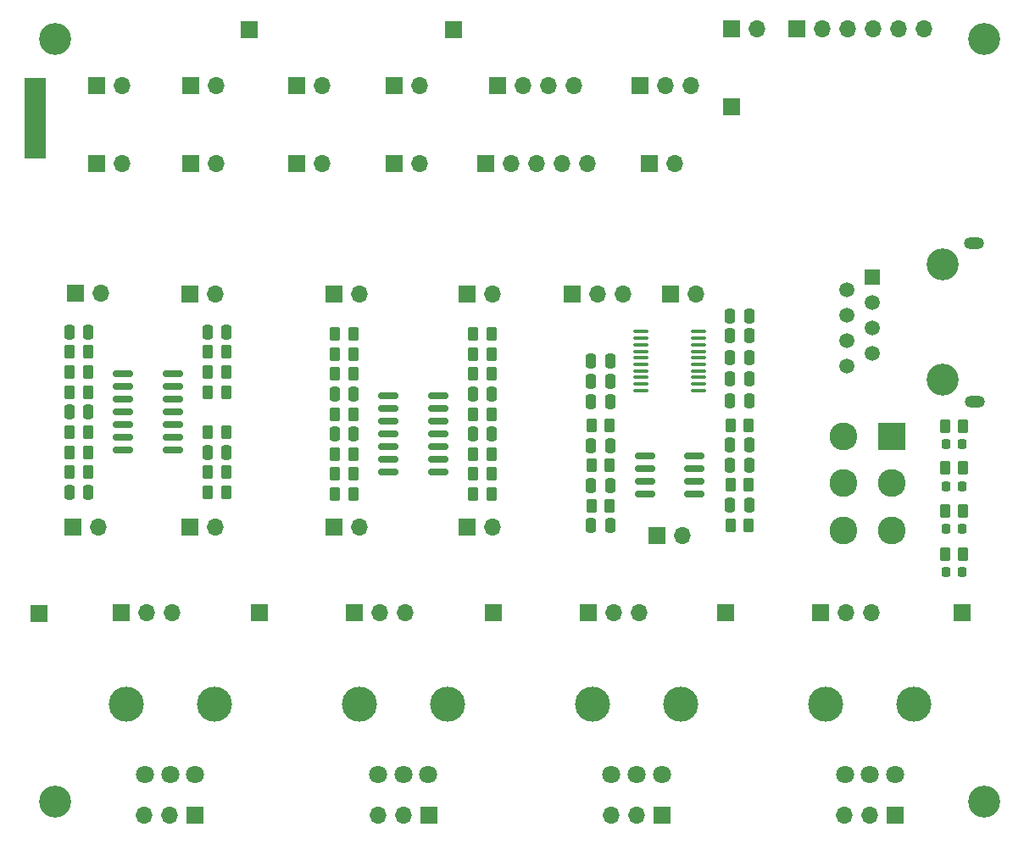
<source format=gbr>
%TF.GenerationSoftware,KiCad,Pcbnew,7.0.1*%
%TF.CreationDate,2023-03-30T14:31:40+01:00*%
%TF.ProjectId,DevBoard,44657642-6f61-4726-942e-6b696361645f,rev?*%
%TF.SameCoordinates,Original*%
%TF.FileFunction,Soldermask,Top*%
%TF.FilePolarity,Negative*%
%FSLAX46Y46*%
G04 Gerber Fmt 4.6, Leading zero omitted, Abs format (unit mm)*
G04 Created by KiCad (PCBNEW 7.0.1) date 2023-03-30 14:31:40*
%MOMM*%
%LPD*%
G01*
G04 APERTURE LIST*
G04 Aperture macros list*
%AMRoundRect*
0 Rectangle with rounded corners*
0 $1 Rounding radius*
0 $2 $3 $4 $5 $6 $7 $8 $9 X,Y pos of 4 corners*
0 Add a 4 corners polygon primitive as box body*
4,1,4,$2,$3,$4,$5,$6,$7,$8,$9,$2,$3,0*
0 Add four circle primitives for the rounded corners*
1,1,$1+$1,$2,$3*
1,1,$1+$1,$4,$5*
1,1,$1+$1,$6,$7*
1,1,$1+$1,$8,$9*
0 Add four rect primitives between the rounded corners*
20,1,$1+$1,$2,$3,$4,$5,0*
20,1,$1+$1,$4,$5,$6,$7,0*
20,1,$1+$1,$6,$7,$8,$9,0*
20,1,$1+$1,$8,$9,$2,$3,0*%
G04 Aperture macros list end*
%ADD10C,0.100000*%
%ADD11RoundRect,0.250000X0.262500X0.450000X-0.262500X0.450000X-0.262500X-0.450000X0.262500X-0.450000X0*%
%ADD12RoundRect,0.250000X-0.250000X-0.475000X0.250000X-0.475000X0.250000X0.475000X-0.250000X0.475000X0*%
%ADD13C,3.200000*%
%ADD14RoundRect,0.250000X-0.262500X-0.450000X0.262500X-0.450000X0.262500X0.450000X-0.262500X0.450000X0*%
%ADD15R,1.700000X1.700000*%
%ADD16O,1.700000X1.700000*%
%ADD17RoundRect,0.150000X-0.825000X-0.150000X0.825000X-0.150000X0.825000X0.150000X-0.825000X0.150000X0*%
%ADD18RoundRect,0.218750X0.218750X0.256250X-0.218750X0.256250X-0.218750X-0.256250X0.218750X-0.256250X0*%
%ADD19RoundRect,0.250000X0.250000X0.475000X-0.250000X0.475000X-0.250000X-0.475000X0.250000X-0.475000X0*%
%ADD20R,2.775000X2.775000*%
%ADD21C,2.775000*%
%ADD22RoundRect,0.100000X0.637500X0.100000X-0.637500X0.100000X-0.637500X-0.100000X0.637500X-0.100000X0*%
%ADD23C,3.500000*%
%ADD24C,1.800000*%
%ADD25RoundRect,0.218750X-0.218750X-0.256250X0.218750X-0.256250X0.218750X0.256250X-0.218750X0.256250X0*%
%ADD26RoundRect,0.150000X0.825000X0.150000X-0.825000X0.150000X-0.825000X-0.150000X0.825000X-0.150000X0*%
%ADD27O,2.000000X1.200000*%
%ADD28R,1.500000X1.500000*%
%ADD29C,1.500000*%
G04 APERTURE END LIST*
%TO.C,FID1*%
D10*
X52600000Y-82100000D02*
X50600000Y-82100000D01*
X50600000Y-74100000D01*
X52600000Y-74100000D01*
X52600000Y-82100000D01*
G36*
X52600000Y-82100000D02*
G01*
X50600000Y-82100000D01*
X50600000Y-74100000D01*
X52600000Y-74100000D01*
X52600000Y-82100000D01*
G37*
%TD*%
D11*
%TO.C,R5*%
X56912500Y-109500000D03*
X55087500Y-109500000D03*
%TD*%
D12*
%TO.C,C24*%
X122950000Y-110800000D03*
X121050000Y-110800000D03*
%TD*%
D13*
%TO.C,H1*%
X53600000Y-70200000D03*
%TD*%
%TO.C,H3*%
X53600000Y-146400000D03*
%TD*%
D14*
%TO.C,R14*%
X95387500Y-111700000D03*
X97212500Y-111700000D03*
%TD*%
D15*
%TO.C,J41*%
X52000000Y-127600000D03*
%TD*%
%TO.C,J49*%
X67200000Y-82700000D03*
D16*
X69740000Y-82700000D03*
%TD*%
D13*
%TO.C,H4*%
X146400000Y-146400000D03*
%TD*%
D17*
%TO.C,U1*%
X60425000Y-103690000D03*
X60425000Y-104960000D03*
X60425000Y-106230000D03*
X60425000Y-107500000D03*
X60425000Y-108770000D03*
X60425000Y-110040000D03*
X60425000Y-111310000D03*
X65375000Y-111310000D03*
X65375000Y-110040000D03*
X65375000Y-108770000D03*
X65375000Y-107500000D03*
X65375000Y-106230000D03*
X65375000Y-104960000D03*
X65375000Y-103690000D03*
%TD*%
D18*
%TO.C,D3*%
X144167500Y-119200000D03*
X142592500Y-119200000D03*
%TD*%
D15*
%TO.C,J3*%
X87500000Y-74900000D03*
D16*
X90040000Y-74900000D03*
%TD*%
D12*
%TO.C,C25*%
X109050000Y-110835000D03*
X107150000Y-110835000D03*
%TD*%
D19*
%TO.C,C29*%
X121050000Y-112800000D03*
X122950000Y-112800000D03*
%TD*%
%TO.C,C8*%
X97250000Y-109700000D03*
X95350000Y-109700000D03*
%TD*%
D18*
%TO.C,D1*%
X144167500Y-110700000D03*
X142592500Y-110700000D03*
%TD*%
D12*
%TO.C,C9*%
X55042500Y-107500000D03*
X56942500Y-107500000D03*
%TD*%
D19*
%TO.C,C22*%
X107150000Y-106435000D03*
X109050000Y-106435000D03*
%TD*%
D14*
%TO.C,R36*%
X142487500Y-117400000D03*
X144312500Y-117400000D03*
%TD*%
D11*
%TO.C,R11*%
X56912500Y-111500000D03*
X55087500Y-111500000D03*
%TD*%
%TO.C,R19*%
X83412500Y-113700000D03*
X81587500Y-113700000D03*
%TD*%
D15*
%TO.C,J21*%
X113700000Y-119860000D03*
D16*
X116240000Y-119860000D03*
%TD*%
D15*
%TO.C,J47*%
X144200000Y-127550000D03*
%TD*%
D11*
%TO.C,R6*%
X56912500Y-113500000D03*
X55087500Y-113500000D03*
%TD*%
D15*
%TO.C,J17*%
X137560000Y-147799665D03*
D16*
X135020000Y-147799665D03*
X132480000Y-147799665D03*
%TD*%
D11*
%TO.C,R25*%
X83412500Y-99700000D03*
X81587500Y-99700000D03*
%TD*%
D15*
%TO.C,J15*%
X114260000Y-147799665D03*
D16*
X111720000Y-147799665D03*
X109180000Y-147799665D03*
%TD*%
D15*
%TO.C,J4*%
X94792500Y-95700000D03*
D16*
X97332500Y-95700000D03*
%TD*%
D14*
%TO.C,R31*%
X109012500Y-108835000D03*
X107187500Y-108835000D03*
%TD*%
D11*
%TO.C,R17*%
X83412500Y-101700000D03*
X81587500Y-101700000D03*
%TD*%
D15*
%TO.C,J26*%
X112000000Y-74900000D03*
D16*
X114540000Y-74900000D03*
X117080000Y-74900000D03*
%TD*%
D19*
%TO.C,C1*%
X56950000Y-99500000D03*
X55050000Y-99500000D03*
%TD*%
D12*
%TO.C,C3*%
X55050000Y-115500000D03*
X56950000Y-115500000D03*
%TD*%
D16*
%TO.C,J25*%
X106760000Y-82700000D03*
X104220000Y-82700000D03*
X101680000Y-82700000D03*
X99140000Y-82700000D03*
D15*
X96600000Y-82700000D03*
%TD*%
D12*
%TO.C,C16*%
X122950000Y-106400000D03*
X121050000Y-106400000D03*
%TD*%
D20*
%TO.C,SW2*%
X137215000Y-109900000D03*
D21*
X137215000Y-114600000D03*
X137215000Y-119300000D03*
X132385000Y-109900000D03*
X132385000Y-114600000D03*
X132385000Y-119300000D03*
%TD*%
D22*
%TO.C,U6*%
X117862500Y-105325000D03*
X117862500Y-104675000D03*
X117862500Y-104025000D03*
X117862500Y-103375000D03*
X117862500Y-102725000D03*
X117862500Y-102075000D03*
X117862500Y-101425000D03*
X117862500Y-100775000D03*
X117862500Y-100125000D03*
X117862500Y-99475000D03*
X112137500Y-99475000D03*
X112137500Y-100125000D03*
X112137500Y-100775000D03*
X112137500Y-101425000D03*
X112137500Y-102075000D03*
X112137500Y-102725000D03*
X112137500Y-103375000D03*
X112137500Y-104025000D03*
X112137500Y-104675000D03*
X112137500Y-105325000D03*
%TD*%
D14*
%TO.C,R20*%
X95387500Y-113700000D03*
X97212500Y-113700000D03*
%TD*%
%TO.C,R26*%
X95387500Y-99700000D03*
X97212500Y-99700000D03*
%TD*%
D11*
%TO.C,R1*%
X56912500Y-105500000D03*
X55087500Y-105500000D03*
%TD*%
D15*
%TO.C,J2*%
X81492500Y-95700000D03*
D16*
X84032500Y-95700000D03*
%TD*%
D23*
%TO.C,RV3*%
X107300000Y-136700000D03*
X116100000Y-136700000D03*
D24*
X114200000Y-143700000D03*
X111700000Y-143700000D03*
X109200000Y-143700000D03*
%TD*%
D19*
%TO.C,C20*%
X121050000Y-104200000D03*
X122950000Y-104200000D03*
%TD*%
D15*
%TO.C,J50*%
X55667500Y-95600000D03*
D16*
X58207500Y-95600000D03*
%TD*%
D25*
%TO.C,D2*%
X142612500Y-114900000D03*
X144187500Y-114900000D03*
%TD*%
D23*
%TO.C,RV2*%
X84000000Y-136700000D03*
X92800000Y-136700000D03*
D24*
X90900000Y-143700000D03*
X88400000Y-143700000D03*
X85900000Y-143700000D03*
%TD*%
D15*
%TO.C,J10*%
X67625000Y-147750000D03*
D16*
X65085000Y-147750000D03*
X62545000Y-147750000D03*
%TD*%
D15*
%TO.C,J18*%
X105255000Y-95735000D03*
D16*
X107795000Y-95735000D03*
X110335000Y-95735000D03*
%TD*%
D19*
%TO.C,C27*%
X107150000Y-118835000D03*
X109050000Y-118835000D03*
%TD*%
D14*
%TO.C,R32*%
X122912500Y-114800000D03*
X121087500Y-114800000D03*
%TD*%
D18*
%TO.C,D4*%
X144167500Y-123500000D03*
X142592500Y-123500000D03*
%TD*%
D11*
%TO.C,R15*%
X83412500Y-107700000D03*
X81587500Y-107700000D03*
%TD*%
%TO.C,R13*%
X83412500Y-111700000D03*
X81587500Y-111700000D03*
%TD*%
%TO.C,R9*%
X56912500Y-103500000D03*
X55087500Y-103500000D03*
%TD*%
D15*
%TO.C,J12*%
X83530000Y-127550000D03*
D16*
X86070000Y-127550000D03*
X88610000Y-127550000D03*
%TD*%
D15*
%TO.C,J8*%
X87500000Y-82700000D03*
D16*
X90040000Y-82700000D03*
%TD*%
D15*
%TO.C,J14*%
X106865000Y-127550000D03*
D16*
X109405000Y-127550000D03*
X111945000Y-127550000D03*
%TD*%
D12*
%TO.C,C23*%
X109050000Y-102435000D03*
X107150000Y-102435000D03*
%TD*%
D17*
%TO.C,U2*%
X86925000Y-105890000D03*
X86925000Y-107160000D03*
X86925000Y-108430000D03*
X86925000Y-109700000D03*
X86925000Y-110970000D03*
X86925000Y-112240000D03*
X86925000Y-113510000D03*
X91875000Y-113510000D03*
X91875000Y-112240000D03*
X91875000Y-110970000D03*
X91875000Y-109700000D03*
X91875000Y-108430000D03*
X91875000Y-107160000D03*
X91875000Y-105890000D03*
%TD*%
D14*
%TO.C,R8*%
X68887500Y-113500000D03*
X70712500Y-113500000D03*
%TD*%
%TO.C,R37*%
X142487500Y-121700000D03*
X144312500Y-121700000D03*
%TD*%
D15*
%TO.C,J19*%
X115100000Y-95700000D03*
D16*
X117640000Y-95700000D03*
%TD*%
D14*
%TO.C,R7*%
X68887500Y-109500000D03*
X70712500Y-109500000D03*
%TD*%
D11*
%TO.C,R23*%
X83412500Y-115700000D03*
X81587500Y-115700000D03*
%TD*%
D15*
%TO.C,J39*%
X93400000Y-69300000D03*
%TD*%
%TO.C,J20*%
X113000000Y-82700000D03*
D16*
X115540000Y-82700000D03*
%TD*%
D11*
%TO.C,R33*%
X107187500Y-112835000D03*
X109012500Y-112835000D03*
%TD*%
D26*
%TO.C,U8*%
X117475000Y-115705000D03*
X117475000Y-114435000D03*
X117475000Y-113165000D03*
X117475000Y-111895000D03*
X112525000Y-111895000D03*
X112525000Y-113165000D03*
X112525000Y-114435000D03*
X112525000Y-115705000D03*
%TD*%
D14*
%TO.C,R16*%
X95387500Y-107700000D03*
X97212500Y-107700000D03*
%TD*%
D12*
%TO.C,C26*%
X122950000Y-116800000D03*
X121050000Y-116800000D03*
%TD*%
%TO.C,C6*%
X95350000Y-105700000D03*
X97250000Y-105700000D03*
%TD*%
%TO.C,C18*%
X122950000Y-97900000D03*
X121050000Y-97900000D03*
%TD*%
%TO.C,C7*%
X81550000Y-109700000D03*
X83450000Y-109700000D03*
%TD*%
%TO.C,C4*%
X68850000Y-111500000D03*
X70750000Y-111500000D03*
%TD*%
D23*
%TO.C,RV4*%
X130600000Y-136700000D03*
X139400000Y-136700000D03*
D24*
X137500000Y-143700000D03*
X135000000Y-143700000D03*
X132500000Y-143700000D03*
%TD*%
D15*
%TO.C,J35*%
X127700000Y-69200000D03*
D16*
X130240000Y-69200000D03*
X132780000Y-69200000D03*
X135320000Y-69200000D03*
X137860000Y-69200000D03*
X140400000Y-69200000D03*
%TD*%
D12*
%TO.C,C17*%
X122950000Y-99900000D03*
X121050000Y-99900000D03*
%TD*%
D14*
%TO.C,R18*%
X95387500Y-101700000D03*
X97212500Y-101700000D03*
%TD*%
D15*
%TO.C,J33*%
X67100000Y-119000000D03*
D16*
X69640000Y-119000000D03*
%TD*%
D13*
%TO.C,H2*%
X146400000Y-70200000D03*
%TD*%
D15*
%TO.C,J32*%
X67092500Y-95700000D03*
D16*
X69632500Y-95700000D03*
%TD*%
D15*
%TO.C,J52*%
X97800000Y-74900000D03*
D16*
X100340000Y-74900000D03*
X102880000Y-74900000D03*
X105420000Y-74900000D03*
%TD*%
D15*
%TO.C,J51*%
X67200000Y-74900000D03*
D16*
X69740000Y-74900000D03*
%TD*%
D14*
%TO.C,R4*%
X68887500Y-101500000D03*
X70712500Y-101500000D03*
%TD*%
D15*
%TO.C,J45*%
X97400000Y-127550000D03*
%TD*%
%TO.C,J46*%
X120600000Y-127550000D03*
%TD*%
%TO.C,J30*%
X57800000Y-82700000D03*
D16*
X60340000Y-82700000D03*
%TD*%
D11*
%TO.C,R2*%
X56912500Y-101500000D03*
X55087500Y-101500000D03*
%TD*%
D12*
%TO.C,C21*%
X122950000Y-102100000D03*
X121050000Y-102100000D03*
%TD*%
D15*
%TO.C,J6*%
X77775000Y-82700000D03*
D16*
X80315000Y-82700000D03*
%TD*%
D12*
%TO.C,C2*%
X68850000Y-99500000D03*
X70750000Y-99500000D03*
%TD*%
D14*
%TO.C,R21*%
X81587500Y-103700000D03*
X83412500Y-103700000D03*
%TD*%
D15*
%TO.C,J40*%
X121200000Y-69200000D03*
D16*
X123740000Y-69200000D03*
%TD*%
D15*
%TO.C,J1*%
X77750000Y-74900000D03*
D16*
X80290000Y-74900000D03*
%TD*%
D15*
%TO.C,J23*%
X73000000Y-69300000D03*
%TD*%
%TO.C,J7*%
X94800000Y-119000000D03*
D16*
X97340000Y-119000000D03*
%TD*%
D14*
%TO.C,R34*%
X122912500Y-118800000D03*
X121087500Y-118800000D03*
%TD*%
D19*
%TO.C,C19*%
X107150000Y-104435000D03*
X109050000Y-104435000D03*
%TD*%
D11*
%TO.C,R12*%
X70712500Y-115500000D03*
X68887500Y-115500000D03*
%TD*%
D14*
%TO.C,R10*%
X68887500Y-103500000D03*
X70712500Y-103500000D03*
%TD*%
D15*
%TO.C,J44*%
X74000000Y-127550000D03*
%TD*%
D23*
%TO.C,RV1*%
X60700000Y-136700000D03*
X69500000Y-136700000D03*
D24*
X67600000Y-143700000D03*
X65100000Y-143700000D03*
X62600000Y-143700000D03*
%TD*%
D14*
%TO.C,R30*%
X122912500Y-108800000D03*
X121087500Y-108800000D03*
%TD*%
%TO.C,R27*%
X142487500Y-108900000D03*
X144312500Y-108900000D03*
%TD*%
D15*
%TO.C,J16*%
X130100000Y-127550000D03*
D16*
X132640000Y-127550000D03*
X135180000Y-127550000D03*
%TD*%
D11*
%TO.C,R22*%
X97212500Y-103700000D03*
X95387500Y-103700000D03*
%TD*%
D15*
%TO.C,J31*%
X57800000Y-74900000D03*
D16*
X60340000Y-74900000D03*
%TD*%
D19*
%TO.C,C5*%
X83450000Y-105700000D03*
X81550000Y-105700000D03*
%TD*%
D15*
%TO.C,J5*%
X81500000Y-119000000D03*
D16*
X84040000Y-119000000D03*
%TD*%
D11*
%TO.C,R35*%
X107187500Y-116835000D03*
X109012500Y-116835000D03*
%TD*%
D14*
%TO.C,R28*%
X142487500Y-113100000D03*
X144312500Y-113100000D03*
%TD*%
D15*
%TO.C,J9*%
X60230000Y-127550000D03*
D16*
X62770000Y-127550000D03*
X65310000Y-127550000D03*
%TD*%
D15*
%TO.C,J48*%
X55400000Y-119000000D03*
D16*
X57940000Y-119000000D03*
%TD*%
D15*
%TO.C,J13*%
X90925000Y-147800000D03*
D16*
X88385000Y-147800000D03*
X85845000Y-147800000D03*
%TD*%
D12*
%TO.C,C28*%
X109050000Y-114835000D03*
X107150000Y-114835000D03*
%TD*%
D15*
%TO.C,J22*%
X121200000Y-77000000D03*
%TD*%
D14*
%TO.C,R3*%
X68887500Y-105500000D03*
X70712500Y-105500000D03*
%TD*%
%TO.C,R24*%
X95387500Y-115700000D03*
X97212500Y-115700000D03*
%TD*%
D27*
%TO.C,J11*%
X145400000Y-90600000D03*
D13*
X142250000Y-92780000D03*
X142250000Y-104250000D03*
D27*
X145450000Y-106500000D03*
D28*
X135250000Y-94050000D03*
D29*
X132710000Y-95320000D03*
X135250000Y-96590000D03*
X132710000Y-97860000D03*
X135250000Y-99130000D03*
X132710000Y-100400000D03*
X135250000Y-101670000D03*
X132710000Y-102940000D03*
%TD*%
M02*

</source>
